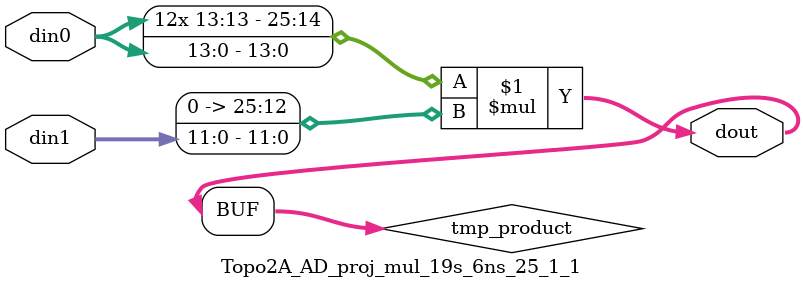
<source format=v>

`timescale 1 ns / 1 ps

 (* use_dsp = "no" *)  module Topo2A_AD_proj_mul_19s_6ns_25_1_1(din0, din1, dout);
parameter ID = 1;
parameter NUM_STAGE = 0;
parameter din0_WIDTH = 14;
parameter din1_WIDTH = 12;
parameter dout_WIDTH = 26;

input [din0_WIDTH - 1 : 0] din0; 
input [din1_WIDTH - 1 : 0] din1; 
output [dout_WIDTH - 1 : 0] dout;

wire signed [dout_WIDTH - 1 : 0] tmp_product;


























assign tmp_product = $signed(din0) * $signed({1'b0, din1});









assign dout = tmp_product;





















endmodule

</source>
